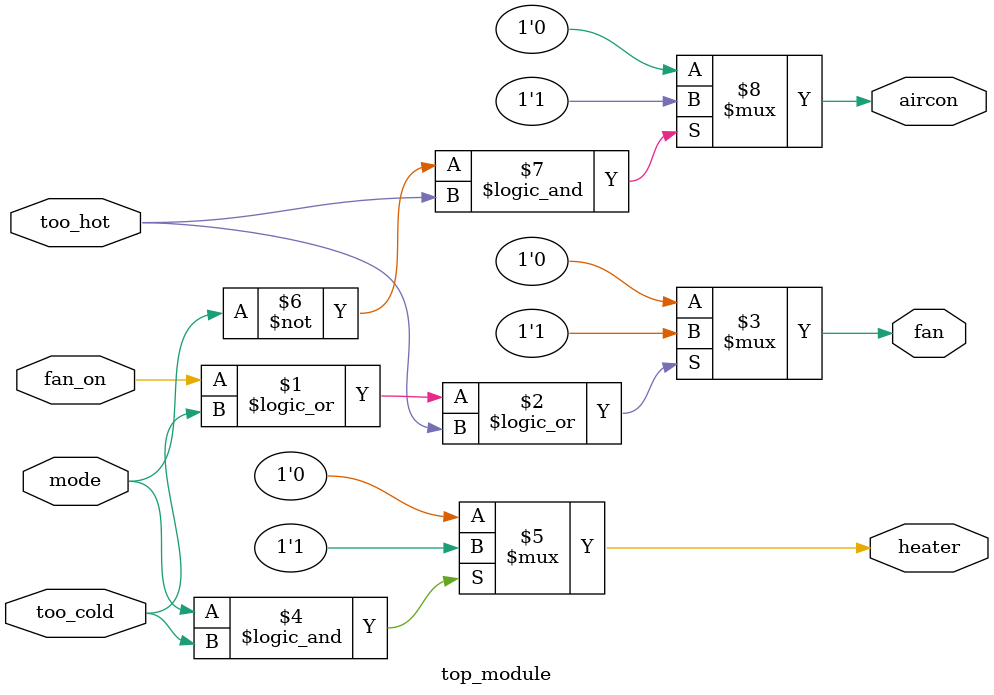
<source format=sv>
module top_module(
  input mode,
  input too_cold,
  input too_hot,
  input fan_on,
  output heater,
  output aircon,
  output fan
);

  assign fan = (fan_on || too_cold || too_hot) ? 1'b1 : 1'b0;
  assign heater = (mode && too_cold) ? 1'b1 : 1'b0;
  assign aircon = (~mode && too_hot) ? 1'b1 : 1'b0;

endmodule

</source>
